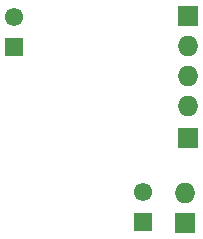
<source format=gbs>
G04 #@! TF.FileFunction,Soldermask,Bot*
%FSLAX46Y46*%
G04 Gerber Fmt 4.6, Leading zero omitted, Abs format (unit mm)*
G04 Created by KiCad (PCBNEW 4.0.4-stable) date 06/27/18 00:46:24*
%MOMM*%
%LPD*%
G01*
G04 APERTURE LIST*
%ADD10C,0.150000*%
%ADD11R,1.730000X1.730000*%
%ADD12O,1.730000X1.730000*%
%ADD13R,1.554000X1.554000*%
%ADD14C,1.554000*%
G04 APERTURE END LIST*
D10*
D11*
X295990000Y-144510000D03*
D12*
X295990000Y-141970000D03*
D11*
X296270000Y-126950000D03*
D12*
X296270000Y-129490000D03*
X296270000Y-132030000D03*
X296270000Y-134570000D03*
D13*
X281500000Y-129560000D03*
D14*
X281500000Y-127020000D03*
D13*
X292380000Y-144450000D03*
D14*
X292380000Y-141910000D03*
D11*
X296270000Y-137280000D03*
M02*

</source>
